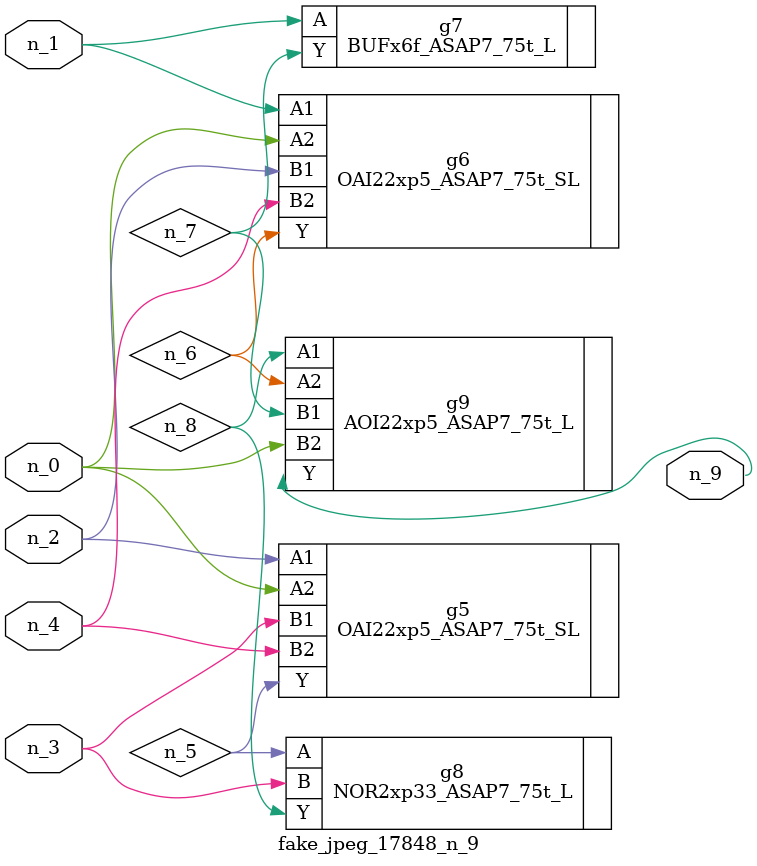
<source format=v>
module fake_jpeg_17848_n_9 (n_3, n_2, n_1, n_0, n_4, n_9);

input n_3;
input n_2;
input n_1;
input n_0;
input n_4;

output n_9;

wire n_8;
wire n_6;
wire n_5;
wire n_7;

OAI22xp5_ASAP7_75t_SL g5 ( 
.A1(n_2),
.A2(n_0),
.B1(n_3),
.B2(n_4),
.Y(n_5)
);

OAI22xp5_ASAP7_75t_SL g6 ( 
.A1(n_1),
.A2(n_0),
.B1(n_2),
.B2(n_4),
.Y(n_6)
);

BUFx6f_ASAP7_75t_L g7 ( 
.A(n_1),
.Y(n_7)
);

NOR2xp33_ASAP7_75t_L g8 ( 
.A(n_5),
.B(n_3),
.Y(n_8)
);

AOI22xp5_ASAP7_75t_L g9 ( 
.A1(n_8),
.A2(n_6),
.B1(n_7),
.B2(n_0),
.Y(n_9)
);


endmodule
</source>
